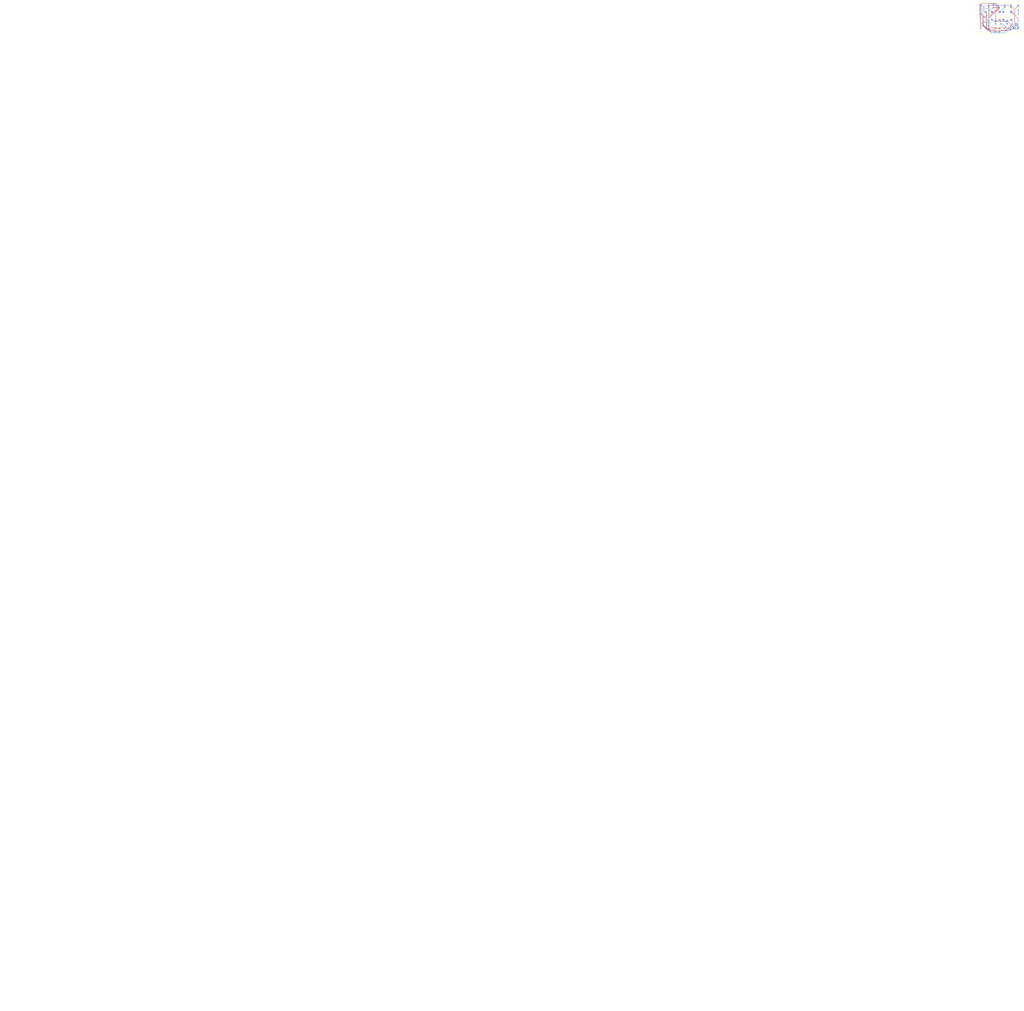
<source format=kicad_pcb>
(kicad_pcb (version 20171130) (host pcbnew 5.1.10)
  (title_block (date "jeu. 02 avril 2015"))
  (layers (0 F.Cu signal) (31 B.Cu signal) (34 B.Paste user) (35 F.Paste user) (36 B.SilkS user) (37 F.SilkS user) (38 B.Mask user) (39 F.Mask user) (44 Edge.Cuts user))
  (net 0 "")
  (net 1 /Reset)
  (net 2 GND)
  (net 3 +5V)
  (net 4 "Net-(BZ1-Pad2)")
  (net 5 BUZZER)
  (net 6 "Net-(D1-Pad2)")
  (net 7 "Net-(D1-Pad1)")
  (net 8 "Net-(D2-Pad2)")
  (net 9 "Net-(D2-Pad1)")
  (net 10 +12V)
  (net 11 FAN_VCC)
  (net 12 HEATER_VCC)
  (net 13 LCD_I2C_SCL)
  (net 14 ICD_I2C_SDA)
  (net 15 FAN_RELAY)
  (net 16 HEATER_RELAY)
  (net 17 DHT11)
  (net 18 CTRL)
  (net 19 "Net-(Q1-Pad2)")
  (net 20 "Net-(Q2-Pad2)")
  (module prototype-board:6x8cm_2.4x3.1inch (layer F.Cu) (at 135.636 113.157)
    (fp_text reference H5 (at 0 0.5) (layer F.SilkS))
    (fp_text value PrototypeBoard)
    (fp_text user 1 (at 66.04 -46.99) (layer F.SilkS) (effects (font (size 0.762 0.762) (thickness 0.127))))
    (fp_text user 5 (at 66.04 -36.83) (layer F.SilkS) (effects (font (size 0.762 0.762) (thickness 0.127))))
    (fp_text user 8 (at 66.04 -29.21) (layer F.SilkS) (effects (font (size 0.762 0.762) (thickness 0.127))))
    (fp_text user 2 (at 66.04 -44.45) (layer F.SilkS) (effects (font (size 0.762 0.762) (thickness 0.127))))
    (fp_text user 11 (at 66.04 -21.59) (layer F.SilkS) (effects (font (size 0.762 0.762) (thickness 0.127))))
    (fp_text user 12 (at 66.04 -19.05) (layer F.SilkS) (effects (font (size 0.762 0.762) (thickness 0.127))))
    (fp_text user 13 (at 66.04 -16.51) (layer F.SilkS) (effects (font (size 0.762 0.762) (thickness 0.127))))
    (fp_text user 6 (at 66.04 -34.29) (layer F.SilkS) (effects (font (size 0.762 0.762) (thickness 0.127))))
    (fp_text user 15 (at 66.04 -11.43) (layer F.SilkS) (effects (font (size 0.762 0.762) (thickness 0.127))))
    (fp_text user 3 (at 66.04 -41.91) (layer F.SilkS) (effects (font (size 0.762 0.762) (thickness 0.127))))
    (fp_text user 16 (at 66.04 -8.89) (layer F.SilkS) (effects (font (size 0.762 0.762) (thickness 0.127))))
    (fp_text user 9 (at 66.04 -26.67) (layer F.SilkS) (effects (font (size 0.762 0.762) (thickness 0.127))))
    (fp_text user 10 (at 66.04 -24.13) (layer F.SilkS) (effects (font (size 0.762 0.762) (thickness 0.127))))
    (fp_text user 4 (at 66.04 -39.37) (layer F.SilkS) (effects (font (size 0.762 0.762) (thickness 0.127))))
    (fp_text user 17 (at 66.04 -6.35) (layer F.SilkS) (effects (font (size 0.762 0.762) (thickness 0.127))))
    (fp_text user 7 (at 66.04 -31.75) (layer F.SilkS) (effects (font (size 0.762 0.762) (thickness 0.127))))
    (fp_text user 18 (at 66.04 -3.81) (layer F.SilkS) (effects (font (size 0.762 0.762) (thickness 0.127))))
    (fp_text user 14 (at 66.04 -13.97) (layer F.SilkS) (effects (font (size 0.762 0.762) (thickness 0.127))))
    (fp_text user 13 (at 5.08 -16.51) (layer F.SilkS) (effects (font (size 0.762 0.762) (thickness 0.127))))
    (fp_text user 17 (at 5.08 -6.35) (layer F.SilkS) (effects (font (size 0.762 0.762) (thickness 0.127))))
    (fp_text user 16 (at 5.08 -8.89) (layer F.SilkS) (effects (font (size 0.762 0.762) (thickness 0.127))))
    (fp_text user 18 (at 5.08 -3.81) (layer F.SilkS) (effects (font (size 0.762 0.762) (thickness 0.127))))
    (fp_text user 14 (at 5.08 -13.97) (layer F.SilkS) (effects (font (size 0.762 0.762) (thickness 0.127))))
    (fp_text user 15 (at 5.08 -11.43) (layer F.SilkS) (effects (font (size 0.762 0.762) (thickness 0.127))))
    (fp_text user 7 (at 5.08 -31.75) (layer F.SilkS) (effects (font (size 0.762 0.762) (thickness 0.127))))
    (fp_text user 11 (at 5.08 -21.59) (layer F.SilkS) (effects (font (size 0.762 0.762) (thickness 0.127))))
    (fp_text user 10 (at 5.08 -24.13) (layer F.SilkS) (effects (font (size 0.762 0.762) (thickness 0.127))))
    (fp_text user 12 (at 5.08 -19.05) (layer F.SilkS) (effects (font (size 0.762 0.762) (thickness 0.127))))
    (fp_text user 8 (at 5.08 -29.21) (layer F.SilkS) (effects (font (size 0.762 0.762) (thickness 0.127))))
    (fp_text user 9 (at 5.08 -26.67) (layer F.SilkS) (effects (font (size 0.762 0.762) (thickness 0.127))))
    (fp_text user 4 (at 5.08 -39.37) (layer F.SilkS) (effects (font (size 0.762 0.762) (thickness 0.127))))
    (fp_text user 5 (at 5.08 -36.83) (layer F.SilkS) (effects (font (size 0.762 0.762) (thickness 0.127))))
    (fp_text user 6 (at 5.08 -34.29) (layer F.SilkS) (effects (font (size 0.762 0.762) (thickness 0.127))))
    (fp_text user 3 (at 5.08 -41.91) (layer F.SilkS) (effects (font (size 0.762 0.762) (thickness 0.127))))
    (fp_text user 2 (at 5.08 -44.45) (layer F.SilkS) (effects (font (size 0.762 0.762) (thickness 0.127))))
    (fp_text user 1 (at 5.08 -46.99) (layer F.SilkS) (effects (font (size 0.762 0.762) (thickness 0.127))))
    (fp_text user D (at 13.97 -1.27) (layer F.SilkS) (effects (font (size 1.524 1.524) (thickness 0.254))))
    (fp_text user J (at 29.21 -1.27) (layer F.SilkS) (effects (font (size 1.524 1.524) (thickness 0.254))))
    (fp_text user R (at 49.53 -1.27) (layer F.SilkS) (effects (font (size 1.524 1.524) (thickness 0.254))))
    (fp_text user S (at 52.07 -1.27) (layer F.SilkS) (effects (font (size 1.524 1.524) (thickness 0.254))))
    (fp_text user P (at 44.45 -1.27) (layer F.SilkS) (effects (font (size 1.524 1.524) (thickness 0.254))))
    (fp_text user Q (at 46.99 -1.27) (layer F.SilkS) (effects (font (size 1.524 1.524) (thickness 0.254))))
    (fp_text user U (at 57.15 -1.27) (layer F.SilkS) (effects (font (size 1.524 1.524) (thickness 0.254))))
    (fp_text user F (at 19.05 -1.27) (layer F.SilkS) (effects (font (size 1.524 1.524) (thickness 0.254))))
    (fp_text user G (at 21.59 -1.27) (layer F.SilkS) (effects (font (size 1.524 1.524) (thickness 0.254))))
    (fp_text user I (at 26.67 -1.27) (layer F.SilkS) (effects (font (size 1.524 1.524) (thickness 0.254))))
    (fp_text user N (at 39.37 -1.27) (layer F.SilkS) (effects (font (size 1.524 1.524) (thickness 0.254))))
    (fp_text user H (at 24.13 -1.27) (layer F.SilkS) (effects (font (size 1.524 1.524) (thickness 0.254))))
    (fp_text user O (at 41.91 -1.27) (layer F.SilkS) (effects (font (size 1.524 1.524) (thickness 0.254))))
    (fp_text user X (at 64.77 -1.27) (layer F.SilkS) (effects (font (size 1.524 1.524) (thickness 0.254))))
    (fp_text user E (at 16.51 -1.27) (layer F.SilkS) (effects (font (size 1.524 1.524) (thickness 0.254))))
    (fp_text user B (at 8.89 -1.27) (layer F.SilkS) (effects (font (size 1.524 1.524) (thickness 0.254))))
    (fp_text user T (at 54.61 -1.27) (layer F.SilkS) (effects (font (size 1.524 1.524) (thickness 0.254))))
    (fp_text user W (at 62.23 -1.27) (layer F.SilkS) (effects (font (size 1.524 1.524) (thickness 0.254))))
    (fp_text user K (at 31.75 -1.27) (layer F.SilkS) (effects (font (size 1.524 1.524) (thickness 0.254))))
    (fp_text user L (at 34.29 -1.27) (layer F.SilkS) (effects (font (size 1.524 1.524) (thickness 0.254))))
    (fp_text user V (at 59.69 -1.27) (layer F.SilkS) (effects (font (size 1.524 1.524) (thickness 0.254))))
    (fp_text user A (at 6.35 -1.27) (layer F.SilkS) (effects (font (size 1.524 1.524) (thickness 0.254))))
    (fp_text user M (at 36.83 -1.27) (layer F.SilkS) (effects (font (size 1.524 1.524) (thickness 0.254))))
    (fp_text user C (at 11.43 -1.27) (layer F.SilkS) (effects (font (size 1.524 1.524) (thickness 0.254))))
    (fp_text user X (at 64.77 -49.53) (layer F.SilkS) (effects (font (size 1.524 1.524) (thickness 0.254))))
    (fp_text user W (at 62.23 -49.53) (layer F.SilkS) (effects (font (size 1.524 1.524) (thickness 0.254))))
    (fp_text user V (at 59.69 -49.53) (layer F.SilkS) (effects (font (size 1.524 1.524) (thickness 0.254))))
    (fp_text user U (at 57.15 -49.53) (layer F.SilkS) (effects (font (size 1.524 1.524) (thickness 0.254))))
    (fp_text user T (at 54.61 -49.53) (layer F.SilkS) (effects (font (size 1.524 1.524) (thickness 0.254))))
    (fp_text user S (at 52.07 -49.53) (layer F.SilkS) (effects (font (size 1.524 1.524) (thickness 0.254))))
    (fp_text user R (at 49.53 -49.53) (layer F.SilkS) (effects (font (size 1.524 1.524) (thickness 0.254))))
    (fp_text user Q (at 46.99 -49.53) (layer F.SilkS) (effects (font (size 1.524 1.524) (thickness 0.254))))
    (fp_text user P (at 44.45 -49.53) (layer F.SilkS) (effects (font (size 1.524 1.524) (thickness 0.254))))
    (fp_text user O (at 41.91 -49.53) (layer F.SilkS) (effects (font (size 1.524 1.524) (thickness 0.254))))
    (fp_text user N (at 39.37 -49.53) (layer F.SilkS) (effects (font (size 1.524 1.524) (thickness 0.254))))
    (fp_text user M (at 36.83 -49.53) (layer F.SilkS) (effects (font (size 1.524 1.524) (thickness 0.254))))
    (fp_text user L (at 34.29 -49.53) (layer F.SilkS) (effects (font (size 1.524 1.524) (thickness 0.254))))
    (fp_text user K (at 31.75 -49.53) (layer F.SilkS) (effects (font (size 1.524 1.524) (thickness 0.254))))
    (fp_text user J (at 29.21 -49.53) (layer F.SilkS) (effects (font (size 1.524 1.524) (thickness 0.254))))
    (fp_text user I (at 26.67 -49.53) (layer F.SilkS) (effects (font (size 1.524 1.524) (thickness 0.254))))
    (fp_text user H (at 24.13 -49.53) (layer F.SilkS) (effects (font (size 1.524 1.524) (thickness 0.254))))
    (fp_text user G (at 21.59 -49.53) (layer F.SilkS) (effects (font (size 1.524 1.524) (thickness 0.254))))
    (fp_text user F (at 19.05 -49.53) (layer F.SilkS) (effects (font (size 1.524 1.524) (thickness 0.254))))
    (fp_text user E (at 16.51 -49.53) (layer F.SilkS) (effects (font (size 1.524 1.524) (thickness 0.254))))
    (fp_text user D (at 13.97 -49.53) (layer F.SilkS) (effects (font (size 1.524 1.524) (thickness 0.254))))
    (fp_text user C (at 11.43 -49.53) (layer F.SilkS) (effects (font (size 1.524 1.524) (thickness 0.254))))
    (fp_text user B (at 8.89 -49.53) (layer F.SilkS) (effects (font (size 1.524 1.524) (thickness 0.254))))
    (fp_text user A (at 6.35 -49.53) (layer F.SilkS) (effects (font (size 1.524 1.524) (thickness 0.254))))
  )
  (module Package_TO_SOT_THT:TO-92L_Wide (layer F.Cu) (at 181.356 106.807 90)
    (fp_text reference Q2 (at 2.55 -4.15 90) (layer F.SilkS))
    (fp_text value S8050)
    (fp_arc (start 2.54 0) (end 4.45 1.7) (angle -15.88591585) (layer F.SilkS) (width 0.12))
    (fp_arc (start 2.54 0) (end 3.6 -2.35) (angle 40.72153779) (layer F.SilkS) (width 0.12))
    (fp_arc (start 2.54 0) (end 1.45 -2.35) (angle -40.11670855) (layer F.SilkS) (width 0.12))
    (fp_arc (start 2.54 0) (end 0.6 1.7) (angle 15.44288892) (layer F.SilkS) (width 0.12))
    (fp_line (start 0.6 1.7) (end 4.45 1.7) (layer F.SilkS) (width 0.12))
    (pad 1 thru_hole rect (at 0 0 90) (size 1.5 1.5) (drill 0.8) (layers *.Cu *.Mask) (net 2 GND))
    (pad 3 thru_hole circle (at 5.08 0 90) (size 1.5 1.5) (drill 0.8) (layers *.Cu *.Mask) (net 8 "Net-(D2-Pad2)"))
    (pad 2 thru_hole circle (at 2.54 -2.54 90) (size 1.5 1.5) (drill 0.8) (layers *.Cu *.Mask) (net 20 "Net-(Q2-Pad2)"))
  )
  (module Package_TO_SOT_THT:TO-92L_Wide (layer F.Cu) (at 188.341 106.807 90)
    (fp_text reference Q1 (at 2.55 -4.15 90) (layer F.SilkS))
    (fp_text value S8050)
    (fp_arc (start 2.54 0) (end 4.45 1.7) (angle -15.88591585) (layer F.SilkS) (width 0.12))
    (fp_arc (start 2.54 0) (end 3.6 -2.35) (angle 40.72153779) (layer F.SilkS) (width 0.12))
    (fp_arc (start 2.54 0) (end 1.45 -2.35) (angle -40.11670855) (layer F.SilkS) (width 0.12))
    (fp_arc (start 2.54 0) (end 0.6 1.7) (angle 15.44288892) (layer F.SilkS) (width 0.12))
    (fp_line (start 0.6 1.7) (end 4.45 1.7) (layer F.SilkS) (width 0.12))
    (pad 1 thru_hole rect (at 0 0 90) (size 1.5 1.5) (drill 0.8) (layers *.Cu *.Mask) (net 2 GND))
    (pad 3 thru_hole circle (at 5.08 0 90) (size 1.5 1.5) (drill 0.8) (layers *.Cu *.Mask) (net 6 "Net-(D1-Pad2)"))
    (pad 2 thru_hole circle (at 2.54 -2.54 90) (size 1.5 1.5) (drill 0.8) (layers *.Cu *.Mask) (net 19 "Net-(Q1-Pad2)"))
  )
  (module Resistor_THT:R_Axial_DIN0207_L6.3mm_D2.5mm_P7.62mm_Horizontal (layer F.Cu) (at 192.786 81.407)
    (fp_text reference R5 (at 3.81 -2.37) (layer F.SilkS))
    (fp_text value R)
    (fp_line (start 0.54 -1.04) (end 0.54 -1.37) (layer F.SilkS) (width 0.12))
    (fp_line (start 0.54 -1.37) (end 7.08 -1.37) (layer F.SilkS) (width 0.12))
    (fp_line (start 7.08 -1.37) (end 7.08 -1.04) (layer F.SilkS) (width 0.12))
    (fp_line (start 0.54 1.04) (end 0.54 1.37) (layer F.SilkS) (width 0.12))
    (fp_line (start 0.54 1.37) (end 7.08 1.37) (layer F.SilkS) (width 0.12))
    (fp_line (start 7.08 1.37) (end 7.08 1.04) (layer F.SilkS) (width 0.12))
    (pad 2 thru_hole oval (at 7.62 0) (size 1.6 1.6) (drill 0.8) (layers *.Cu *.Mask) (net 4 "Net-(BZ1-Pad2)"))
    (pad 1 thru_hole circle (at 0 0) (size 1.6 1.6) (drill 0.8) (layers *.Cu *.Mask) (net 2 GND))
  )
  (module Resistor_THT:R_Axial_DIN0207_L6.3mm_D2.5mm_P7.62mm_Horizontal (layer F.Cu) (at 147.066 86.487 270)
    (fp_text reference R4 (at 3.81 -2.37 90) (layer F.SilkS))
    (fp_text value R)
    (fp_line (start 0.54 -1.04) (end 0.54 -1.37) (layer F.SilkS) (width 0.12))
    (fp_line (start 0.54 -1.37) (end 7.08 -1.37) (layer F.SilkS) (width 0.12))
    (fp_line (start 7.08 -1.37) (end 7.08 -1.04) (layer F.SilkS) (width 0.12))
    (fp_line (start 0.54 1.04) (end 0.54 1.37) (layer F.SilkS) (width 0.12))
    (fp_line (start 0.54 1.37) (end 7.08 1.37) (layer F.SilkS) (width 0.12))
    (fp_line (start 7.08 1.37) (end 7.08 1.04) (layer F.SilkS) (width 0.12))
    (pad 2 thru_hole oval (at 7.62 0 270) (size 1.6 1.6) (drill 0.8) (layers *.Cu *.Mask) (net 20 "Net-(Q2-Pad2)"))
    (pad 1 thru_hole circle (at 0 0 270) (size 1.6 1.6) (drill 0.8) (layers *.Cu *.Mask) (net 2 GND))
  )
  (module Resistor_THT:R_Axial_DIN0207_L6.3mm_D2.5mm_P7.62mm_Horizontal (layer F.Cu) (at 149.606 86.487 90)
    (fp_text reference R3 (at 3.81 -2.37 90) (layer F.SilkS))
    (fp_text value R)
    (fp_line (start 0.54 -1.04) (end 0.54 -1.37) (layer F.SilkS) (width 0.12))
    (fp_line (start 0.54 -1.37) (end 7.08 -1.37) (layer F.SilkS) (width 0.12))
    (fp_line (start 7.08 -1.37) (end 7.08 -1.04) (layer F.SilkS) (width 0.12))
    (fp_line (start 0.54 1.04) (end 0.54 1.37) (layer F.SilkS) (width 0.12))
    (fp_line (start 0.54 1.37) (end 7.08 1.37) (layer F.SilkS) (width 0.12))
    (fp_line (start 7.08 1.37) (end 7.08 1.04) (layer F.SilkS) (width 0.12))
    (pad 2 thru_hole oval (at 7.62 0 90) (size 1.6 1.6) (drill 0.8) (layers *.Cu *.Mask) (net 19 "Net-(Q1-Pad2)"))
    (pad 1 thru_hole circle (at 0 0 90) (size 1.6 1.6) (drill 0.8) (layers *.Cu *.Mask) (net 2 GND))
  )
  (module Resistor_THT:R_Axial_DIN0207_L6.3mm_D2.5mm_P7.62mm_Horizontal (layer F.Cu) (at 149.606 94.107 270)
    (fp_text reference R2 (at 3.81 -2.37 90) (layer F.SilkS))
    (fp_text value R)
    (fp_line (start 0.54 -1.04) (end 0.54 -1.37) (layer F.SilkS) (width 0.12))
    (fp_line (start 0.54 -1.37) (end 7.08 -1.37) (layer F.SilkS) (width 0.12))
    (fp_line (start 7.08 -1.37) (end 7.08 -1.04) (layer F.SilkS) (width 0.12))
    (fp_line (start 0.54 1.04) (end 0.54 1.37) (layer F.SilkS) (width 0.12))
    (fp_line (start 0.54 1.37) (end 7.08 1.37) (layer F.SilkS) (width 0.12))
    (fp_line (start 7.08 1.37) (end 7.08 1.04) (layer F.SilkS) (width 0.12))
    (pad 2 thru_hole oval (at 7.62 0 270) (size 1.6 1.6) (drill 0.8) (layers *.Cu *.Mask) (net 15 FAN_RELAY))
    (pad 1 thru_hole circle (at 0 0 270) (size 1.6 1.6) (drill 0.8) (layers *.Cu *.Mask) (net 20 "Net-(Q2-Pad2)"))
  )
  (module Resistor_THT:R_Axial_DIN0207_L6.3mm_D2.5mm_P7.62mm_Horizontal (layer F.Cu) (at 147.066 78.867 90)
    (fp_text reference R1 (at 3.81 -2.37 90) (layer F.SilkS))
    (fp_text value R)
    (fp_line (start 0.54 -1.04) (end 0.54 -1.37) (layer F.SilkS) (width 0.12))
    (fp_line (start 0.54 -1.37) (end 7.08 -1.37) (layer F.SilkS) (width 0.12))
    (fp_line (start 7.08 -1.37) (end 7.08 -1.04) (layer F.SilkS) (width 0.12))
    (fp_line (start 0.54 1.04) (end 0.54 1.37) (layer F.SilkS) (width 0.12))
    (fp_line (start 0.54 1.37) (end 7.08 1.37) (layer F.SilkS) (width 0.12))
    (fp_line (start 7.08 1.37) (end 7.08 1.04) (layer F.SilkS) (width 0.12))
    (pad 2 thru_hole oval (at 7.62 0 90) (size 1.6 1.6) (drill 0.8) (layers *.Cu *.Mask) (net 16 HEATER_RELAY))
    (pad 1 thru_hole circle (at 0 0 90) (size 1.6 1.6) (drill 0.8) (layers *.Cu *.Mask) (net 19 "Net-(Q1-Pad2)"))
  )
  (module Diode_THT:D_DO-35_SOD27_P7.62mm_Horizontal (layer F.Cu) (at 165.481 97.282)
    (fp_text reference D2 (at 3.81 -2.12) (layer F.SilkS))
    (fp_text value 1N4148)
    (fp_text user K (at 0 -1.8) (layer F.SilkS))
    (fp_line (start 1.69 -1.12) (end 1.69 1.12) (layer F.SilkS) (width 0.12))
    (fp_line (start 1.69 1.12) (end 5.93 1.12) (layer F.SilkS) (width 0.12))
    (fp_line (start 5.93 1.12) (end 5.93 -1.12) (layer F.SilkS) (width 0.12))
    (fp_line (start 5.93 -1.12) (end 1.69 -1.12) (layer F.SilkS) (width 0.12))
    (fp_line (start 1.04 0) (end 1.69 0) (layer F.SilkS) (width 0.12))
    (fp_line (start 6.58 0) (end 5.93 0) (layer F.SilkS) (width 0.12))
    (fp_line (start 2.41 -1.12) (end 2.41 1.12) (layer F.SilkS) (width 0.12))
    (fp_line (start 2.53 -1.12) (end 2.53 1.12) (layer F.SilkS) (width 0.12))
    (fp_line (start 2.29 -1.12) (end 2.29 1.12) (layer F.SilkS) (width 0.12))
    (pad 2 thru_hole oval (at 7.62 0) (size 1.6 1.6) (drill 0.8) (layers *.Cu *.Mask) (net 8 "Net-(D2-Pad2)"))
    (pad 1 thru_hole rect (at 0 0) (size 1.6 1.6) (drill 0.8) (layers *.Cu *.Mask) (net 9 "Net-(D2-Pad1)"))
  )
  (module Diode_THT:D_DO-35_SOD27_P7.62mm_Horizontal (layer F.Cu) (at 183.261 97.282)
    (fp_text reference D1 (at 3.81 -2.12) (layer F.SilkS))
    (fp_text value 1N4148)
    (fp_text user K (at 0 -1.8) (layer F.SilkS))
    (fp_line (start 1.69 -1.12) (end 1.69 1.12) (layer F.SilkS) (width 0.12))
    (fp_line (start 1.69 1.12) (end 5.93 1.12) (layer F.SilkS) (width 0.12))
    (fp_line (start 5.93 1.12) (end 5.93 -1.12) (layer F.SilkS) (width 0.12))
    (fp_line (start 5.93 -1.12) (end 1.69 -1.12) (layer F.SilkS) (width 0.12))
    (fp_line (start 1.04 0) (end 1.69 0) (layer F.SilkS) (width 0.12))
    (fp_line (start 6.58 0) (end 5.93 0) (layer F.SilkS) (width 0.12))
    (fp_line (start 2.41 -1.12) (end 2.41 1.12) (layer F.SilkS) (width 0.12))
    (fp_line (start 2.53 -1.12) (end 2.53 1.12) (layer F.SilkS) (width 0.12))
    (fp_line (start 2.29 -1.12) (end 2.29 1.12) (layer F.SilkS) (width 0.12))
    (pad 2 thru_hole oval (at 7.62 0) (size 1.6 1.6) (drill 0.8) (layers *.Cu *.Mask) (net 6 "Net-(D1-Pad2)"))
    (pad 1 thru_hole rect (at 0 0) (size 1.6 1.6) (drill 0.8) (layers *.Cu *.Mask) (net 7 "Net-(D1-Pad1)"))
  )
  (module Connector_JST:JST_XH_B2B-XH-AM_1x02_P2.50mm_Vertical (layer F.Cu) (at 179.451 70.572 90)
    (fp_text reference J2 (at 1.25 -3.55 90) (layer F.SilkS))
    (fp_text value Conn_01x02_Male)
    (fp_line (start -2.85 -2.75) (end -2.85 -1.5) (layer F.SilkS) (width 0.12))
    (fp_line (start -1.6 -2.75) (end -2.85 -2.75) (layer F.SilkS) (width 0.12))
    (fp_line (start 4.3 2.75) (end 1.25 2.75) (layer F.SilkS) (width 0.12))
    (fp_line (start 4.3 -0.2) (end 4.3 2.75) (layer F.SilkS) (width 0.12))
    (fp_line (start 5.05 -0.2) (end 4.3 -0.2) (layer F.SilkS) (width 0.12))
    (fp_line (start 1.25 2.75) (end -0.74 2.75) (layer F.SilkS) (width 0.12))
    (fp_line (start -1.8 -0.2) (end -1.8 1.14) (layer F.SilkS) (width 0.12))
    (fp_line (start -2.55 -0.2) (end -1.8 -0.2) (layer F.SilkS) (width 0.12))
    (fp_line (start 5.05 -2.45) (end 3.25 -2.45) (layer F.SilkS) (width 0.12))
    (fp_line (start 5.05 -1.7) (end 5.05 -2.45) (layer F.SilkS) (width 0.12))
    (fp_line (start 3.25 -1.7) (end 5.05 -1.7) (layer F.SilkS) (width 0.12))
    (fp_line (start 3.25 -2.45) (end 3.25 -1.7) (layer F.SilkS) (width 0.12))
    (fp_line (start -0.75 -2.45) (end -2.55 -2.45) (layer F.SilkS) (width 0.12))
    (fp_line (start -0.75 -1.7) (end -0.75 -2.45) (layer F.SilkS) (width 0.12))
    (fp_line (start -2.55 -1.7) (end -0.75 -1.7) (layer F.SilkS) (width 0.12))
    (fp_line (start -2.55 -2.45) (end -2.55 -1.7) (layer F.SilkS) (width 0.12))
    (fp_line (start 1.75 -2.45) (end 0.75 -2.45) (layer F.SilkS) (width 0.12))
    (fp_line (start 1.75 -1.7) (end 1.75 -2.45) (layer F.SilkS) (width 0.12))
    (fp_line (start 0.75 -1.7) (end 1.75 -1.7) (layer F.SilkS) (width 0.12))
    (fp_line (start 0.75 -2.45) (end 0.75 -1.7) (layer F.SilkS) (width 0.12))
    (fp_line (start 5.06 -2.46) (end -2.56 -2.46) (layer F.SilkS) (width 0.12))
    (fp_line (start 5.06 3.51) (end 5.06 -2.46) (layer F.SilkS) (width 0.12))
    (fp_line (start -2.56 3.51) (end 5.06 3.51) (layer F.SilkS) (width 0.12))
    (fp_line (start -2.56 -2.46) (end -2.56 3.51) (layer F.SilkS) (width 0.12))
    (pad "" np_thru_hole circle (at -1.6 2 90) (size 1.2 1.2) (drill 1.2) (layers *.Cu *.Mask))
    (pad 2 thru_hole oval (at 2.5 0 90) (size 1.7 2) (drill 1) (layers *.Cu *.Mask) (net 2 GND))
    (pad 1 thru_hole roundrect (at 0 0 90) (size 1.7 2) (drill 1) (layers *.Cu *.Mask) (roundrect_rratio 0.147059) (net 11 FAN_VCC))
  )
  (module Connector_PinHeader_2.54mm:PinHeader_1x03_P2.54mm_Vertical (layer F.Cu) (at 161.671 66.802 90)
    (fp_text reference J5 (at 0 -2.33 90) (layer F.SilkS))
    (fp_text value Conn_01x03_Male)
    (fp_line (start -1.33 -1.33) (end 0 -1.33) (layer F.SilkS) (width 0.12))
    (fp_line (start -1.33 0) (end -1.33 -1.33) (layer F.SilkS) (width 0.12))
    (fp_line (start -1.33 1.27) (end 1.33 1.27) (layer F.SilkS) (width 0.12))
    (fp_line (start 1.33 1.27) (end 1.33 6.41) (layer F.SilkS) (width 0.12))
    (fp_line (start -1.33 1.27) (end -1.33 6.41) (layer F.SilkS) (width 0.12))
    (fp_line (start -1.33 6.41) (end 1.33 6.41) (layer F.SilkS) (width 0.12))
    (pad 3 thru_hole oval (at 0 5.08 90) (size 1.7 1.7) (drill 1) (layers *.Cu *.Mask) (net 2 GND))
    (pad 2 thru_hole oval (at 0 2.54 90) (size 1.7 1.7) (drill 1) (layers *.Cu *.Mask) (net 17 DHT11))
    (pad 1 thru_hole rect (at 0 0 90) (size 1.7 1.7) (drill 1) (layers *.Cu *.Mask) (net 3 +5V))
  )
  (module MountingHole:MountingHole_2.2mm_M2 (layer F.Cu) (at 204.1906 64.9224)
    (fp_text reference H4 (at 0 -3.2) (layer F.SilkS))
    (fp_text value MountingHole)
    (pad 1 np_thru_hole circle (at 0 0) (size 2.2 2.2) (drill 2.2) (layers *.Cu *.Mask))
  )
  (module MountingHole:MountingHole_2.2mm_M2 (layer F.Cu) (at 204.1906 110.6424)
    (fp_text reference H3 (at 0 -3.2) (layer F.SilkS))
    (fp_text value MountingHole)
    (pad 1 np_thru_hole circle (at 0 0) (size 2.2 2.2) (drill 2.2) (layers *.Cu *.Mask))
  )
  (module MountingHole:MountingHole_2.2mm_M2 (layer F.Cu) (at 138.1506 110.6424)
    (fp_text reference H2 (at 0 -3.2) (layer F.SilkS))
    (fp_text value MountingHole)
    (pad 1 np_thru_hole circle (at 0 0) (size 2.2 2.2) (drill 2.2) (layers *.Cu *.Mask))
  )
  (module MountingHole:MountingHole_2.2mm_M2 (layer F.Cu) (at 138.1506 64.9224)
    (fp_text reference H1 (at 0 -3.2) (layer F.SilkS))
    (fp_text value MountingHole)
    (pad 1 np_thru_hole circle (at 0 0) (size 2.2 2.2) (drill 2.2) (layers *.Cu *.Mask))
  )
  (module Button_Switch_THT:SW_PUSH_6mm (layer F.Cu) (at 164.846 104.902)
    (fp_text reference SW1 (at 3.25 -2) (layer F.SilkS))
    (fp_text value SW_Push)
    (fp_line (start 6.75 3) (end 6.75 1.5) (layer F.SilkS) (width 0.12))
    (fp_line (start 5.5 -1) (end 1 -1) (layer F.SilkS) (width 0.12))
    (fp_line (start -0.25 1.5) (end -0.25 3) (layer F.SilkS) (width 0.12))
    (fp_line (start 1 5.5) (end 5.5 5.5) (layer F.SilkS) (width 0.12))
    (pad 1 thru_hole circle (at 6.5 0 90) (size 2 2) (drill 1.1) (layers *.Cu *.Mask) (net 18 CTRL))
    (pad 2 thru_hole circle (at 6.5 4.5 90) (size 2 2) (drill 1.1) (layers *.Cu *.Mask) (net 2 GND))
    (pad 1 thru_hole circle (at 0 0 90) (size 2 2) (drill 1.1) (layers *.Cu *.Mask) (net 18 CTRL))
    (pad 2 thru_hole circle (at 0 4.5 90) (size 2 2) (drill 1.1) (layers *.Cu *.Mask) (net 2 GND))
  )
  (module Connector_PinSocket_2.54mm:PinSocket_1x15_P2.54mm_Vertical (layer F.Cu) (at 154.6606 68.7324)
    (fp_text reference P2 (at 0 -2.77) (layer F.SilkS))
    (fp_text value Analog)
    (fp_line (start 0 -1.33) (end 1.33 -1.33) (layer F.SilkS) (width 0.12))
    (fp_line (start 1.33 -1.33) (end 1.33 0) (layer F.SilkS) (width 0.12))
    (fp_line (start 1.33 1.27) (end 1.33 36.89) (layer F.SilkS) (width 0.12))
    (fp_line (start -1.33 36.89) (end 1.33 36.89) (layer F.SilkS) (width 0.12))
    (fp_line (start -1.33 1.27) (end -1.33 36.89) (layer F.SilkS) (width 0.12))
    (fp_line (start -1.33 1.27) (end 1.33 1.27) (layer F.SilkS) (width 0.12))
    (pad 15 thru_hole oval (at 0 35.56) (size 1.7 1.7) (drill 1) (layers *.Cu *.Mask))
    (pad 14 thru_hole oval (at 0 33.02) (size 1.7 1.7) (drill 1) (layers *.Cu *.Mask))
    (pad 13 thru_hole oval (at 0 30.48) (size 1.7 1.7) (drill 1) (layers *.Cu *.Mask))
    (pad 12 thru_hole oval (at 0 27.94) (size 1.7 1.7) (drill 1) (layers *.Cu *.Mask))
    (pad 11 thru_hole oval (at 0 25.4) (size 1.7 1.7) (drill 1) (layers *.Cu *.Mask))
    (pad 10 thru_hole oval (at 0 22.86) (size 1.7 1.7) (drill 1) (layers *.Cu *.Mask))
    (pad 9 thru_hole oval (at 0 20.32) (size 1.7 1.7) (drill 1) (layers *.Cu *.Mask))
    (pad 8 thru_hole oval (at 0 17.78) (size 1.7 1.7) (drill 1) (layers *.Cu *.Mask) (net 14 ICD_I2C_SDA))
    (pad 7 thru_hole oval (at 0 15.24) (size 1.7 1.7) (drill 1) (layers *.Cu *.Mask) (net 13 LCD_I2C_SCL))
    (pad 6 thru_hole oval (at 0 12.7) (size 1.7 1.7) (drill 1) (layers *.Cu *.Mask))
    (pad 5 thru_hole oval (at 0 10.16) (size 1.7 1.7) (drill 1) (layers *.Cu *.Mask))
    (pad 4 thru_hole oval (at 0 7.62) (size 1.7 1.7) (drill 1) (layers *.Cu *.Mask) (net 3 +5V))
    (pad 3 thru_hole oval (at 0 5.08) (size 1.7 1.7) (drill 1) (layers *.Cu *.Mask) (net 1 /Reset))
    (pad 2 thru_hole oval (at 0 2.54) (size 1.7 1.7) (drill 1) (layers *.Cu *.Mask) (net 2 GND))
    (pad 1 thru_hole rect (at 0 0) (size 1.7 1.7) (drill 1) (layers *.Cu *.Mask) (net 10 +12V))
  )
  (module Connector_PinSocket_2.54mm:PinSocket_1x15_P2.54mm_Vertical (layer F.Cu) (at 141.9606 68.7324)
    (fp_text reference P1 (at 0 -2.77) (layer F.SilkS))
    (fp_text value Digital)
    (fp_line (start 0 -1.33) (end 1.33 -1.33) (layer F.SilkS) (width 0.12))
    (fp_line (start 1.33 -1.33) (end 1.33 0) (layer F.SilkS) (width 0.12))
    (fp_line (start 1.33 1.27) (end 1.33 36.89) (layer F.SilkS) (width 0.12))
    (fp_line (start -1.33 36.89) (end 1.33 36.89) (layer F.SilkS) (width 0.12))
    (fp_line (start -1.33 1.27) (end -1.33 36.89) (layer F.SilkS) (width 0.12))
    (fp_line (start -1.33 1.27) (end 1.33 1.27) (layer F.SilkS) (width 0.12))
    (pad 15 thru_hole oval (at 0 35.56) (size 1.7 1.7) (drill 1) (layers *.Cu *.Mask))
    (pad 14 thru_hole oval (at 0 33.02) (size 1.7 1.7) (drill 1) (layers *.Cu *.Mask))
    (pad 13 thru_hole oval (at 0 30.48) (size 1.7 1.7) (drill 1) (layers *.Cu *.Mask))
    (pad 12 thru_hole oval (at 0 27.94) (size 1.7 1.7) (drill 1) (layers *.Cu *.Mask))
    (pad 11 thru_hole oval (at 0 25.4) (size 1.7 1.7) (drill 1) (layers *.Cu *.Mask) (net 15 FAN_RELAY))
    (pad 10 thru_hole oval (at 0 22.86) (size 1.7 1.7) (drill 1) (layers *.Cu *.Mask) (net 16 HEATER_RELAY))
    (pad 9 thru_hole oval (at 0 20.32) (size 1.7 1.7) (drill 1) (layers *.Cu *.Mask))
    (pad 8 thru_hole oval (at 0 17.78) (size 1.7 1.7) (drill 1) (layers *.Cu *.Mask))
    (pad 7 thru_hole oval (at 0 15.24) (size 1.7 1.7) (drill 1) (layers *.Cu *.Mask) (net 17 DHT11))
    (pad 6 thru_hole oval (at 0 12.7) (size 1.7 1.7) (drill 1) (layers *.Cu *.Mask) (net 5 BUZZER))
    (pad 5 thru_hole oval (at 0 10.16) (size 1.7 1.7) (drill 1) (layers *.Cu *.Mask) (net 18 CTRL))
    (pad 4 thru_hole oval (at 0 7.62) (size 1.7 1.7) (drill 1) (layers *.Cu *.Mask) (net 2 GND))
    (pad 3 thru_hole oval (at 0 5.08) (size 1.7 1.7) (drill 1) (layers *.Cu *.Mask) (net 1 /Reset))
    (pad 2 thru_hole oval (at 0 2.54) (size 1.7 1.7) (drill 1) (layers *.Cu *.Mask))
    (pad 1 thru_hole rect (at 0 0) (size 1.7 1.7) (drill 1) (layers *.Cu *.Mask))
  )
  (module Relay_THT:Relay_SPDT_SANYOU_SRD_Series_Form_C (layer F.Cu) (at 165.481 92.837 90)
    (fp_text reference K2 (at 8.1 9.2 90) (layer F.SilkS))
    (fp_text value SANYOU_SRD_Form_C)
    (fp_line (start 8.05 1.85) (end 4.05 1.85) (layer F.SilkS) (width 0.12))
    (fp_line (start 8.05 -1.75) (end 8.05 1.85) (layer F.SilkS) (width 0.12))
    (fp_line (start 4.05 -1.75) (end 8.05 -1.75) (layer F.SilkS) (width 0.12))
    (fp_line (start 4.05 1.85) (end 4.05 -1.75) (layer F.SilkS) (width 0.12))
    (fp_line (start 8.05 1.85) (end 4.05 -1.75) (layer F.SilkS) (width 0.12))
    (fp_line (start 6.05 1.85) (end 6.05 6.05) (layer F.SilkS) (width 0.12))
    (fp_line (start 6.05 -5.95) (end 6.05 -1.75) (layer F.SilkS) (width 0.12))
    (fp_line (start 2.65 0.05) (end 2.65 3.65) (layer F.SilkS) (width 0.12))
    (fp_line (start 9.45 0.05) (end 9.45 3.65) (layer F.SilkS) (width 0.12))
    (fp_line (start 9.45 3.65) (end 2.65 3.65) (layer F.SilkS) (width 0.12))
    (fp_line (start 10.95 0.05) (end 15.55 -2.45) (layer F.SilkS) (width 0.12))
    (fp_line (start 9.45 0.05) (end 10.95 0.05) (layer F.SilkS) (width 0.12))
    (fp_line (start 6.05 -5.95) (end 3.55 -5.95) (layer F.SilkS) (width 0.12))
    (fp_line (start 2.65 0.05) (end 1.85 0.05) (layer F.SilkS) (width 0.12))
    (fp_line (start 3.55 6.05) (end 6.05 6.05) (layer F.SilkS) (width 0.12))
    (fp_line (start 14.15 -4.2) (end 14.15 -1.7) (layer F.SilkS) (width 0.12))
    (fp_line (start 14.15 4.2) (end 14.15 1.75) (layer F.SilkS) (width 0.12))
    (fp_line (start 18.4 7.8) (end -1.4 7.8) (layer F.SilkS) (width 0.12))
    (fp_line (start 18.4 -7.8) (end 18.4 7.8) (layer F.SilkS) (width 0.12))
    (fp_line (start -1.4 -7.8) (end 18.4 -7.8) (layer F.SilkS) (width 0.12))
    (fp_line (start -1.4 -7.8) (end -1.4 -1.2) (layer F.SilkS) (width 0.12))
    (fp_line (start -1.4 1.2) (end -1.4 7.8) (layer F.SilkS) (width 0.12))
    (pad 1 thru_hole circle (at 0 0 180) (size 3 3) (drill 1.3) (layers *.Cu *.Mask) (net 10 +12V))
    (pad 5 thru_hole circle (at 1.95 -5.95 180) (size 2.5 2.5) (drill 1) (layers *.Cu *.Mask) (net 9 "Net-(D2-Pad1)"))
    (pad 4 thru_hole circle (at 14.2 -6 180) (size 3 3) (drill 1.3) (layers *.Cu *.Mask))
    (pad 3 thru_hole circle (at 14.15 6.05 180) (size 3 3) (drill 1.3) (layers *.Cu *.Mask) (net 11 FAN_VCC))
    (pad 2 thru_hole circle (at 1.95 6.05 180) (size 2.5 2.5) (drill 1) (layers *.Cu *.Mask) (net 8 "Net-(D2-Pad2)"))
  )
  (module Relay_THT:Relay_SPDT_SANYOU_SRD_Series_Form_C (layer F.Cu) (at 183.261 92.837 90)
    (fp_text reference K1 (at 8.1 9.2 90) (layer F.SilkS))
    (fp_text value SANYOU_SRD_Form_C)
    (fp_line (start 8.05 1.85) (end 4.05 1.85) (layer F.SilkS) (width 0.12))
    (fp_line (start 8.05 -1.75) (end 8.05 1.85) (layer F.SilkS) (width 0.12))
    (fp_line (start 4.05 -1.75) (end 8.05 -1.75) (layer F.SilkS) (width 0.12))
    (fp_line (start 4.05 1.85) (end 4.05 -1.75) (layer F.SilkS) (width 0.12))
    (fp_line (start 8.05 1.85) (end 4.05 -1.75) (layer F.SilkS) (width 0.12))
    (fp_line (start 6.05 1.85) (end 6.05 6.05) (layer F.SilkS) (width 0.12))
    (fp_line (start 6.05 -5.95) (end 6.05 -1.75) (layer F.SilkS) (width 0.12))
    (fp_line (start 2.65 0.05) (end 2.65 3.65) (layer F.SilkS) (width 0.12))
    (fp_line (start 9.45 0.05) (end 9.45 3.65) (layer F.SilkS) (width 0.12))
    (fp_line (start 9.45 3.65) (end 2.65 3.65) (layer F.SilkS) (width 0.12))
    (fp_line (start 10.95 0.05) (end 15.55 -2.45) (layer F.SilkS) (width 0.12))
    (fp_line (start 9.45 0.05) (end 10.95 0.05) (layer F.SilkS) (width 0.12))
    (fp_line (start 6.05 -5.95) (end 3.55 -5.95) (layer F.SilkS) (width 0.12))
    (fp_line (start 2.65 0.05) (end 1.85 0.05) (layer F.SilkS) (width 0.12))
    (fp_line (start 3.55 6.05) (end 6.05 6.05) (layer F.SilkS) (width 0.12))
    (fp_line (start 14.15 -4.2) (end 14.15 -1.7) (layer F.SilkS) (width 0.12))
    (fp_line (start 14.15 4.2) (end 14.15 1.75) (layer F.SilkS) (width 0.12))
    (fp_line (start 18.4 7.8) (end -1.4 7.8) (layer F.SilkS) (width 0.12))
    (fp_line (start 18.4 -7.8) (end 18.4 7.8) (layer F.SilkS) (width 0.12))
    (fp_line (start -1.4 -7.8) (end 18.4 -7.8) (layer F.SilkS) (width 0.12))
    (fp_line (start -1.4 -7.8) (end -1.4 -1.2) (layer F.SilkS) (width 0.12))
    (fp_line (start -1.4 1.2) (end -1.4 7.8) (layer F.SilkS) (width 0.12))
    (pad 1 thru_hole circle (at 0 0 180) (size 3 3) (drill 1.3) (layers *.Cu *.Mask) (net 10 +12V))
    (pad 5 thru_hole circle (at 1.95 -5.95 180) (size 2.5 2.5) (drill 1) (layers *.Cu *.Mask) (net 7 "Net-(D1-Pad1)"))
    (pad 4 thru_hole circle (at 14.2 -6 180) (size 3 3) (drill 1.3) (layers *.Cu *.Mask))
    (pad 3 thru_hole circle (at 14.15 6.05 180) (size 3 3) (drill 1.3) (layers *.Cu *.Mask) (net 12 HEATER_VCC))
    (pad 2 thru_hole circle (at 1.95 6.05 180) (size 2.5 2.5) (drill 1) (layers *.Cu *.Mask) (net 6 "Net-(D1-Pad2)"))
  )
  (module Connector_PinHeader_2.54mm:PinHeader_1x04_P2.54mm_Vertical (layer F.Cu) (at 161.671 71.882 90)
    (fp_text reference J4 (at 0 -2.33 90) (layer F.SilkS))
    (fp_text value Conn_01x04_Male)
    (fp_line (start -1.33 -1.33) (end 0 -1.33) (layer F.SilkS) (width 0.12))
    (fp_line (start -1.33 0) (end -1.33 -1.33) (layer F.SilkS) (width 0.12))
    (fp_line (start -1.33 1.27) (end 1.33 1.27) (layer F.SilkS) (width 0.12))
    (fp_line (start 1.33 1.27) (end 1.33 8.95) (layer F.SilkS) (width 0.12))
    (fp_line (start -1.33 1.27) (end -1.33 8.95) (layer F.SilkS) (width 0.12))
    (fp_line (start -1.33 8.95) (end 1.33 8.95) (layer F.SilkS) (width 0.12))
    (pad 4 thru_hole oval (at 0 7.62 90) (size 1.7 1.7) (drill 1) (layers *.Cu *.Mask) (net 13 LCD_I2C_SCL))
    (pad 3 thru_hole oval (at 0 5.08 90) (size 1.7 1.7) (drill 1) (layers *.Cu *.Mask) (net 14 ICD_I2C_SDA))
    (pad 2 thru_hole oval (at 0 2.54 90) (size 1.7 1.7) (drill 1) (layers *.Cu *.Mask) (net 2 GND))
    (pad 1 thru_hole rect (at 0 0 90) (size 1.7 1.7) (drill 1) (layers *.Cu *.Mask) (net 3 +5V))
  )
  (module Connector_JST:JST_XH_B2B-XH-AM_1x02_P2.50mm_Vertical (layer F.Cu) (at 188.976 70.612 90)
    (fp_text reference J3 (at 1.25 -3.55 90) (layer F.SilkS))
    (fp_text value Conn_01x02_Male)
    (fp_line (start -2.85 -2.75) (end -2.85 -1.5) (layer F.SilkS) (width 0.12))
    (fp_line (start -1.6 -2.75) (end -2.85 -2.75) (layer F.SilkS) (width 0.12))
    (fp_line (start 4.3 2.75) (end 1.25 2.75) (layer F.SilkS) (width 0.12))
    (fp_line (start 4.3 -0.2) (end 4.3 2.75) (layer F.SilkS) (width 0.12))
    (fp_line (start 5.05 -0.2) (end 4.3 -0.2) (layer F.SilkS) (width 0.12))
    (fp_line (start 1.25 2.75) (end -0.74 2.75) (layer F.SilkS) (width 0.12))
    (fp_line (start -1.8 -0.2) (end -1.8 1.14) (layer F.SilkS) (width 0.12))
    (fp_line (start -2.55 -0.2) (end -1.8 -0.2) (layer F.SilkS) (width 0.12))
    (fp_line (start 5.05 -2.45) (end 3.25 -2.45) (layer F.SilkS) (width 0.12))
    (fp_line (start 5.05 -1.7) (end 5.05 -2.45) (layer F.SilkS) (width 0.12))
    (fp_line (start 3.25 -1.7) (end 5.05 -1.7) (layer F.SilkS) (width 0.12))
    (fp_line (start 3.25 -2.45) (end 3.25 -1.7) (layer F.SilkS) (width 0.12))
    (fp_line (start -0.75 -2.45) (end -2.55 -2.45) (layer F.SilkS) (width 0.12))
    (fp_line (start -0.75 -1.7) (end -0.75 -2.45) (layer F.SilkS) (width 0.12))
    (fp_line (start -2.55 -1.7) (end -0.75 -1.7) (layer F.SilkS) (width 0.12))
    (fp_line (start -2.55 -2.45) (end -2.55 -1.7) (layer F.SilkS) (width 0.12))
    (fp_line (start 1.75 -2.45) (end 0.75 -2.45) (layer F.SilkS) (width 0.12))
    (fp_line (start 1.75 -1.7) (end 1.75 -2.45) (layer F.SilkS) (width 0.12))
    (fp_line (start 0.75 -1.7) (end 1.75 -1.7) (layer F.SilkS) (width 0.12))
    (fp_line (start 0.75 -2.45) (end 0.75 -1.7) (layer F.SilkS) (width 0.12))
    (fp_line (start 5.06 -2.46) (end -2.56 -2.46) (layer F.SilkS) (width 0.12))
    (fp_line (start 5.06 3.51) (end 5.06 -2.46) (layer F.SilkS) (width 0.12))
    (fp_line (start -2.56 3.51) (end 5.06 3.51) (layer F.SilkS) (width 0.12))
    (fp_line (start -2.56 -2.46) (end -2.56 3.51) (layer F.SilkS) (width 0.12))
    (pad "" np_thru_hole circle (at -1.6 2 90) (size 1.2 1.2) (drill 1.2) (layers *.Cu *.Mask))
    (pad 2 thru_hole oval (at 2.5 0 90) (size 1.7 2) (drill 1) (layers *.Cu *.Mask) (net 2 GND))
    (pad 1 thru_hole roundrect (at 0 0 90) (size 1.7 2) (drill 1) (layers *.Cu *.Mask) (roundrect_rratio 0.147059) (net 12 HEATER_VCC))
  )
  (module Connector_BarrelJack:BarrelJack_Horizontal (layer F.Cu) (at 194.056 102.997 180)
    (fp_text reference J1 (at -8.45 5.75) (layer F.SilkS))
    (fp_text value Barrel_Jack_Switch)
    (fp_line (start 0.9 -4.6) (end 0.9 -2) (layer F.SilkS) (width 0.12))
    (fp_line (start -13.8 -4.6) (end 0.9 -4.6) (layer F.SilkS) (width 0.12))
    (fp_line (start 0.9 4.6) (end -1 4.6) (layer F.SilkS) (width 0.12))
    (fp_line (start 0.9 1.9) (end 0.9 4.6) (layer F.SilkS) (width 0.12))
    (fp_line (start -13.8 4.6) (end -13.8 -4.6) (layer F.SilkS) (width 0.12))
    (fp_line (start -5 4.6) (end -13.8 4.6) (layer F.SilkS) (width 0.12))
    (fp_line (start 0.05 -4.8) (end 1.1 -4.8) (layer F.SilkS) (width 0.12))
    (fp_line (start 1.1 -3.75) (end 1.1 -4.8) (layer F.SilkS) (width 0.12))
    (pad 3 thru_hole roundrect (at -3 4.7 180) (size 3.5 3.5) (drill oval 3 1) (layers *.Cu *.Mask))
    (pad 2 thru_hole roundrect (at -6 0 180) (size 3 3.5) (drill oval 1 3) (layers *.Cu *.Mask) (net 2 GND))
    (pad 1 thru_hole rect (at 0 0 180) (size 3.5 3.5) (drill oval 1 3) (layers *.Cu *.Mask) (net 10 +12V))
  )
  (module Buzzer_Beeper:Buzzer_12x9.5RM7.6 (layer F.Cu) (at 200.406 68.707 270)
    (fp_text reference BZ1 (at 3.8 -7.2 90) (layer F.SilkS))
    (fp_text value Buzzer)
    (fp_circle (center 3.8 0) (end 9.9 0) (layer F.SilkS) (width 0.12))
    (fp_text user + (at -0.01 -2.54 90) (layer F.SilkS))
    (pad 2 thru_hole circle (at 7.6 0 270) (size 2 2) (drill 1) (layers *.Cu *.Mask) (net 4 "Net-(BZ1-Pad2)"))
    (pad 1 thru_hole rect (at 0 0 270) (size 2 2) (drill 1) (layers *.Cu *.Mask) (net 5 BUZZER))
  )
  (segment (start 141.9606 73.8124) (end 154.6606 73.8124) (width 0.5) (layer B.Cu) (net 1))
  (segment (start 147.066 86.487) (end 149.606 86.487) (width 0.5) (layer B.Cu) (net 2))
  (segment (start 150.856001 85.236999) (end 149.606 86.487) (width 0.5) (layer B.Cu) (net 2))
  (segment (start 150.856001 78.266999) (end 150.856001 85.236999) (width 0.5) (layer B.Cu) (net 2))
  (segment (start 148.941402 76.3524) (end 150.856001 78.266999) (width 0.5) (layer B.Cu) (net 2))
  (segment (start 141.9606 76.3524) (end 148.941402 76.3524) (width 0.5) (layer B.Cu) (net 2))
  (segment (start 157.846198 109.402) (end 164.846 109.402) (width 0.5) (layer B.Cu) (net 2))
  (segment (start 153.360599 104.916401) (end 157.846198 109.402) (width 0.5) (layer B.Cu) (net 2))
  (segment (start 153.360599 92.781599) (end 153.360599 104.916401) (width 0.5) (layer B.Cu) (net 2))
  (segment (start 147.066 86.487) (end 153.360599 92.781599) (width 0.5) (layer B.Cu) (net 2))
  (segment (start 197.855999 105.197001) (end 189.950999 105.197001) (width 0.5) (layer B.Cu) (net 2))
  (segment (start 189.950999 105.197001) (end 188.341 106.807) (width 0.5) (layer B.Cu) (net 2))
  (segment (start 200.056 102.997) (end 197.855999 105.197001) (width 0.5) (layer B.Cu) (net 2))
  (segment (start 171.346 109.402) (end 164.846 109.402) (width 0.5) (layer B.Cu) (net 2))
  (segment (start 185.096001 103.066999) (end 181.356 106.807) (width 0.5) (layer B.Cu) (net 2))
  (segment (start 186.377001 103.066999) (end 185.096001 103.066999) (width 0.5) (layer B.Cu) (net 2))
  (segment (start 188.341 105.030998) (end 186.377001 103.066999) (width 0.5) (layer B.Cu) (net 2))
  (segment (start 188.341 106.807) (end 188.341 105.030998) (width 0.5) (layer B.Cu) (net 2))
  (segment (start 173.941 106.807) (end 171.346 109.402) (width 0.5) (layer B.Cu) (net 2))
  (segment (start 181.356 106.807) (end 173.941 106.807) (width 0.5) (layer B.Cu) (net 2))
  (segment (start 188.936 68.072) (end 188.976 68.112) (width 0.5) (layer B.Cu) (net 2))
  (segment (start 179.451 68.072) (end 188.936 68.072) (width 0.5) (layer B.Cu) (net 2))
  (segment (start 192.786 71.922) (end 192.786 81.407) (width 0.5) (layer B.Cu) (net 2))
  (segment (start 188.976 68.112) (end 192.786 71.922) (width 0.5) (layer B.Cu) (net 2))
  (segment (start 200.056 88.677) (end 192.786 81.407) (width 0.5) (layer B.Cu) (net 2))
  (segment (start 200.056 102.997) (end 200.056 88.677) (width 0.5) (layer B.Cu) (net 2))
  (segment (start 166.751 69.342) (end 164.211 71.882) (width 0.5) (layer B.Cu) (net 2))
  (segment (start 166.751 66.802) (end 166.751 69.342) (width 0.5) (layer B.Cu) (net 2))
  (segment (start 168.021 68.072) (end 166.751 66.802) (width 0.5) (layer B.Cu) (net 2))
  (segment (start 179.451 68.072) (end 168.021 68.072) (width 0.5) (layer B.Cu) (net 2))
  (segment (start 153.360599 69.972399) (end 154.6606 71.2724) (width 0.5) (layer B.Cu) (net 2))
  (segment (start 155.380999 65.501999) (end 153.360599 67.522399) (width 0.5) (layer B.Cu) (net 2))
  (segment (start 153.360599 67.522399) (end 153.360599 69.972399) (width 0.5) (layer B.Cu) (net 2))
  (segment (start 165.450999 65.501999) (end 155.380999 65.501999) (width 0.5) (layer B.Cu) (net 2))
  (segment (start 166.751 66.802) (end 165.450999 65.501999) (width 0.5) (layer B.Cu) (net 2))
  (segment (start 157.2006 76.3524) (end 161.671 71.882) (width 0.5) (layer B.Cu) (net 3))
  (segment (start 154.6606 76.3524) (end 157.2006 76.3524) (width 0.5) (layer B.Cu) (net 3))
  (segment (start 161.671 71.882) (end 161.671 66.802) (width 0.5) (layer B.Cu) (net 3))
  (segment (start 200.406 81.407) (end 200.406 76.307) (width 0.5) (layer B.Cu) (net 4))
  (segment (start 184.600999 108.007001) (end 194.85599 97.75201) (width 0.5) (layer F.Cu) (net 5))
  (segment (start 180.245999 108.007001) (end 184.600999 108.007001) (width 0.5) (layer F.Cu) (net 5))
  (segment (start 194.85599 74.25701) (end 200.406 68.707) (width 0.5) (layer F.Cu) (net 5))
  (segment (start 180.190997 107.951999) (end 180.245999 108.007001) (width 0.5) (layer F.Cu) (net 5))
  (segment (start 152.991034 107.951999) (end 180.190997 107.951999) (width 0.5) (layer F.Cu) (net 5))
  (segment (start 145.04519 100.006155) (end 152.991034 107.951999) (width 0.5) (layer F.Cu) (net 5))
  (segment (start 145.04519 84.51699) (end 145.04519 100.006155) (width 0.5) (layer F.Cu) (net 5))
  (segment (start 194.85599 97.75201) (end 194.85599 74.25701) (width 0.5) (layer F.Cu) (net 5))
  (segment (start 141.9606 81.4324) (end 145.04519 84.51699) (width 0.5) (layer F.Cu) (net 5))
  (segment (start 190.881 92.457) (end 189.311 90.887) (width 0.5) (layer B.Cu) (net 6))
  (segment (start 190.881 97.282) (end 190.881 92.457) (width 0.5) (layer B.Cu) (net 6))
  (segment (start 188.341 99.822) (end 190.881 97.282) (width 0.5) (layer F.Cu) (net 6))
  (segment (start 188.341 101.727) (end 188.341 99.822) (width 0.5) (layer F.Cu) (net 6))
  (segment (start 183.261 96.837) (end 177.311 90.887) (width 0.5) (layer B.Cu) (net 7))
  (segment (start 183.261 97.282) (end 183.261 96.837) (width 0.5) (layer B.Cu) (net 7))
  (segment (start 173.101 92.457) (end 171.531 90.887) (width 0.5) (layer B.Cu) (net 8))
  (segment (start 173.101 97.282) (end 173.101 92.457) (width 0.5) (layer B.Cu) (net 8))
  (segment (start 176.911 97.282) (end 181.356 101.727) (width 0.5) (layer B.Cu) (net 8))
  (segment (start 173.101 97.282) (end 176.911 97.282) (width 0.5) (layer B.Cu) (net 8))
  (segment (start 165.481 96.837) (end 159.531 90.887) (width 0.5) (layer B.Cu) (net 9))
  (segment (start 165.481 97.282) (end 165.481 96.837) (width 0.5) (layer B.Cu) (net 9))
  (segment (start 193.421 102.997) (end 183.261 92.837) (width 0.5) (layer B.Cu) (net 10))
  (segment (start 194.056 102.997) (end 193.421 102.997) (width 0.5) (layer B.Cu) (net 10))
  (segment (start 169.055365 68.7324) (end 154.6606 68.7324) (width 0.5) (layer F.Cu) (net 10))
  (segment (start 171.291011 70.968046) (end 169.055365 68.7324) (width 0.5) (layer F.Cu) (net 10))
  (segment (start 171.291011 72.795954) (end 171.291011 70.968046) (width 0.5) (layer F.Cu) (net 10))
  (segment (start 165.481 78.605965) (end 171.291011 72.795954) (width 0.5) (layer F.Cu) (net 10))
  (segment (start 165.481 92.837) (end 165.481 78.605965) (width 0.5) (layer F.Cu) (net 10))
  (segment (start 165.481 92.837) (end 183.261 92.837) (width 0.5) (layer F.Cu) (net 10))
  (segment (start 179.451 70.767) (end 179.451 70.572) (width 0.5) (layer B.Cu) (net 11))
  (segment (start 171.531 78.687) (end 179.451 70.767) (width 0.5) (layer B.Cu) (net 11))
  (segment (start 189.311 70.947) (end 188.976 70.612) (width 0.5) (layer B.Cu) (net 12))
  (segment (start 189.311 78.687) (end 189.311 70.947) (width 0.5) (layer B.Cu) (net 12))
  (segment (start 169.122002 71.882) (end 169.291 71.882) (width 0.5) (layer F.Cu) (net 13))
  (segment (start 157.031602 83.9724) (end 169.122002 71.882) (width 0.5) (layer F.Cu) (net 13))
  (segment (start 154.6606 83.9724) (end 157.031602 83.9724) (width 0.5) (layer F.Cu) (net 13))
  (segment (start 168.051001 70.581999) (end 166.751 71.882) (width 0.5) (layer F.Cu) (net 14))
  (segment (start 169.915001 70.581999) (end 168.051001 70.581999) (width 0.5) (layer F.Cu) (net 14))
  (segment (start 170.591001 72.506001) (end 170.591001 71.257999) (width 0.5) (layer F.Cu) (net 14))
  (segment (start 170.591001 71.257999) (end 169.915001 70.581999) (width 0.5) (layer F.Cu) (net 14))
  (segment (start 156.584602 86.5124) (end 170.591001 72.506001) (width 0.5) (layer F.Cu) (net 14))
  (segment (start 154.6606 86.5124) (end 156.584602 86.5124) (width 0.5) (layer F.Cu) (net 14))
  (segment (start 142.0114 94.1324) (end 141.9606 94.1324) (width 0.5) (layer B.Cu) (net 15))
  (segment (start 149.606 101.727) (end 142.0114 94.1324) (width 0.5) (layer B.Cu) (net 15))
  (segment (start 140.660599 90.292399) (end 141.9606 91.5924) (width 0.5) (layer B.Cu) (net 16))
  (segment (start 140.660599 67.522399) (end 140.660599 90.292399) (width 0.5) (layer B.Cu) (net 16))
  (segment (start 140.750599 67.432399) (end 140.660599 67.522399) (width 0.5) (layer B.Cu) (net 16))
  (segment (start 143.251399 67.432399) (end 140.750599 67.432399) (width 0.5) (layer B.Cu) (net 16))
  (segment (start 147.066 71.247) (end 143.251399 67.432399) (width 0.5) (layer B.Cu) (net 16))
  (segment (start 162.910999 65.501999) (end 164.211 66.802) (width 0.5) (layer F.Cu) (net 17))
  (segment (start 140.660599 67.522399) (end 142.680999 65.501999) (width 0.5) (layer F.Cu) (net 17))
  (segment (start 142.680999 65.501999) (end 162.910999 65.501999) (width 0.5) (layer F.Cu) (net 17))
  (segment (start 140.660599 82.672399) (end 140.660599 67.522399) (width 0.5) (layer F.Cu) (net 17))
  (segment (start 141.9606 83.9724) (end 140.660599 82.672399) (width 0.5) (layer F.Cu) (net 17))
  (segment (start 164.846 104.902) (end 171.346 104.902) (width 0.5) (layer F.Cu) (net 18))
  (segment (start 141.9606 78.8924) (end 145.7452 82.677) (width 0.5) (layer F.Cu) (net 18))
  (segment (start 163.455589 106.292411) (end 164.846 104.902) (width 0.5) (layer F.Cu) (net 18))
  (segment (start 152.321409 106.292411) (end 163.455589 106.292411) (width 0.5) (layer F.Cu) (net 18))
  (segment (start 145.7452 99.716202) (end 152.321409 106.292411) (width 0.5) (layer F.Cu) (net 18))
  (segment (start 145.7452 82.677) (end 145.7452 99.716202) (width 0.5) (layer F.Cu) (net 18))
  (segment (start 147.066 78.867) (end 149.606 78.867) (width 0.5) (layer B.Cu) (net 19))
  (segment (start 154.036599 105.592401) (end 151.511 103.066802) (width 0.5) (layer F.Cu) (net 19))
  (segment (start 155.284601 105.592401) (end 154.036599 105.592401) (width 0.5) (layer F.Cu) (net 19))
  (segment (start 157.854602 103.0224) (end 155.284601 105.592401) (width 0.5) (layer F.Cu) (net 19))
  (segment (start 180.875398 103.0224) (end 157.854602 103.0224) (width 0.5) (layer F.Cu) (net 19))
  (segment (start 182.119998 104.267) (end 180.875398 103.0224) (width 0.5) (layer F.Cu) (net 19))
  (segment (start 185.801 104.267) (end 182.119998 104.267) (width 0.5) (layer F.Cu) (net 19))
  (segment (start 151.511 80.772) (end 149.606 78.867) (width 0.5) (layer F.Cu) (net 19))
  (segment (start 151.511 103.066802) (end 151.511 80.772) (width 0.5) (layer F.Cu) (net 19))
  (segment (start 147.066 94.107) (end 149.606 94.107) (width 0.5) (layer B.Cu) (net 20))
  (segment (start 179.215999 110.852001) (end 185.801 104.267) (width 0.5) (layer B.Cu) (net 20))
  (segment (start 158.306236 110.852001) (end 179.215999 110.852001) (width 0.5) (layer B.Cu) (net 20))
  (segment (start 150.856001 103.401766) (end 158.306236 110.852001) (width 0.5) (layer B.Cu) (net 20))
  (segment (start 150.856001 95.357001) (end 150.856001 103.401766) (width 0.5) (layer B.Cu) (net 20))
  (segment (start 149.606 94.107) (end 150.856001 95.357001) (width 0.5) (layer B.Cu) (net 20))
)
</source>
